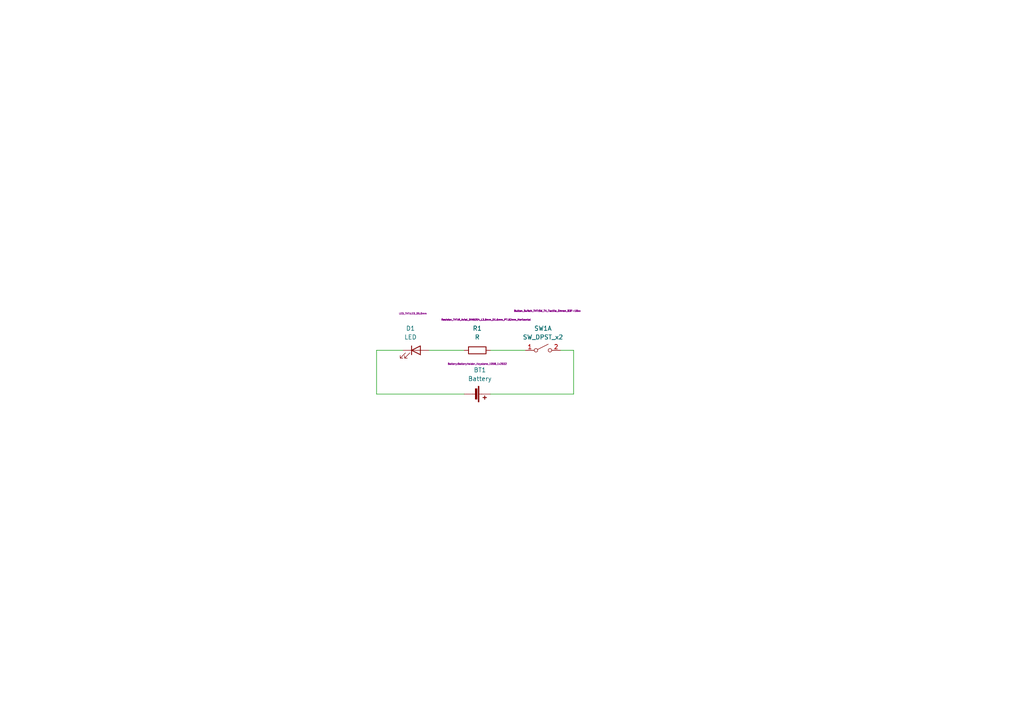
<source format=kicad_sch>
(kicad_sch (version 20211123) (generator eeschema)
  (paper "A4")
  (title_block (date "2022-09-20") (rev "LED Torch") (comment 1 "Projectr 1 of Kical Like a Pro 3e") (comment 2 "Piotr Nowak"))
  (lib_symbols
    (symbol "Device:Battery_Cell" (pin_numbers hide) (pin_names (offset 0) hide)
      (property "Reference" "BT" (at 2.54 2.54 0))
      (property "Value" "Battery_Cell" (at 2.54 0 0))
      (symbol "Battery_Cell_0_1"
        (rectangle (start -2.286 1.778) (end 2.286 1.524) (fill (type outline)))
        (rectangle (start -1.5748 1.1938) (end 1.4732 0.6858) (fill (type outline)))
        (polyline (pts (xy 0 0.762) (xy 0 0)))
        (polyline (pts (xy 0 1.778) (xy 0 2.54)))
        (polyline (pts (xy 0.508 3.429) (xy 1.524 3.429)) (stroke (width 0.254)))
        (polyline (pts (xy 1.016 3.937) (xy 1.016 2.921)) (stroke (width 0.254)))
      )
      (symbol "Battery_Cell_1_1"
        (pin passive line (at 0 5.08 270) (length 2.54) (name "+") (number "1"))
        (pin passive line (at 0 -2.54 90) (length 2.54) (name "-") (number "2"))
      )
    )
    (symbol "Device:LED" (pin_numbers hide) (pin_names (offset 1.016) hide)
      (property "Reference" "D" (at 0 2.54 0))
      (property "Value" "LED" (at 0 -2.54 0))
      (symbol "LED_0_1"
        (polyline (pts (xy -1.27 -1.27) (xy -1.27 1.27)) (stroke (width 0.254)))
        (polyline (pts (xy -1.27 0) (xy 1.27 0)))
        (polyline (pts (xy 1.27 -1.27) (xy 1.27 1.27) (xy -1.27 0) (xy 1.27 -1.27)) (stroke (width 0.254)))
        (polyline (pts (xy -3.048 -0.762) (xy -4.572 -2.286) (xy -3.81 -2.286) (xy -4.572 -2.286) (xy -4.572 -1.524)))
        (polyline (pts (xy -1.778 -0.762) (xy -3.302 -2.286) (xy -2.54 -2.286) (xy -3.302 -2.286) (xy -3.302 -1.524)))
      )
      (symbol "LED_1_1"
        (pin passive line (at -3.81 0 0) (length 2.54) (name "K") (number "1"))
        (pin passive line (at 3.81 0 180) (length 2.54) (name "A") (number "2"))
      )
    )
    (symbol "Device:R" (pin_numbers hide) (pin_names (offset 0))
      (property "Reference" "R" (at 2.032 0 90))
      (property "Value" "R" (at 0 0 90))
      (symbol "R_0_1"
        (rectangle (start -1.016 -2.54) (end 1.016 2.54) (stroke (width 0.254)))
      )
      (symbol "R_1_1"
        (pin passive line (at 0 3.81 270) (length 1.27) (name "~") (number "1"))
        (pin passive line (at 0 -3.81 90) (length 1.27) (name "~") (number "2"))
      )
    )
    (symbol "Switch:SW_DPST_x2" (pin_names (offset 0) hide)
      (property "Reference" "SW" (at 0 3.175 0))
      (property "Value" "SW_DPST_x2" (at 0 -2.54 0))
      (symbol "SW_DPST_x2_0_0"
        (circle (center -2.032 0) (radius 0.508))
        (polyline (pts (xy -1.524 0.254) (xy 1.524 1.778)))
        (circle (center 2.032 0) (radius 0.508))
      )
      (symbol "SW_DPST_x2_1_1"
        (pin passive line (at -5.08 0 0) (length 2.54) (name "A") (number "1"))
        (pin passive line (at 5.08 0 180) (length 2.54) (name "B") (number "2"))
      )
      (symbol "SW_DPST_x2_2_1"
        (pin passive line (at -5.08 0 0) (length 2.54) (name "A") (number "3"))
        (pin passive line (at 5.08 0 180) (length 2.54) (name "B") (number "4"))
      )
    )
  )
  (wire (pts (xy 109.22 114.3) (xy 109.22 101.6)))
  (wire (pts (xy 162.56 101.6) (xy 166.37 101.6)))
  (wire (pts (xy 166.37 114.3) (xy 142.24 114.3)))
  (wire (pts (xy 166.37 101.6) (xy 166.37 114.3)))
  (wire (pts (xy 124.46 101.6) (xy 134.62 101.6)))
  (wire (pts (xy 109.22 101.6) (xy 116.84 101.6)))
  (wire (pts (xy 134.62 114.3) (xy 109.22 114.3)))
  (wire (pts (xy 142.24 101.6) (xy 152.4 101.6)))
  (symbol (lib_id "Switch:SW_DPST_x2") (at 157.48 101.6 0) (unit 1)
    (property "Reference" "SW1" (at 157.48 95.25 0))
    (property "Value" "SW_DPST_x2" (at 157.48 97.79 0))
    (property "Footprint" "Button_Switch_THT:SW_TH_Tactile_Omron_B3F-10xx" (at 158.75 90.17 0) (effects (font (size 0.5 0.5))))
  )
  (symbol (lib_id "Device:Battery_Cell") (at 137.16 114.3 270) (unit 1)
    (property "Reference" "BT1" (at 139.192 107.315 90))
    (property "Value" "Battery" (at 139.192 109.855 90))
    (property "Footprint" "Battery:BatteryHolder_Keystone_1058_1x2032" (at 138.43 105.537 90) (effects (font (size 0.5 0.5))))
  )
  (symbol (lib_id "Device:LED") (at 120.65 101.6 0) (unit 1)
    (property "Reference" "D1" (at 119.0625 95.25 0))
    (property "Value" "LED" (at 119.0625 97.79 0))
    (property "Footprint" "LED_THT:LED_D5.0mm" (at 119.761 90.932 0) (effects (font (size 0.5 0.5))))
  )
  (symbol (lib_id "Device:R") (at 138.43 101.6 90) (unit 1)
    (property "Reference" "R1" (at 138.43 95.25 90))
    (property "Value" "R" (at 138.43 97.79 90))
    (property "Footprint" "Resistor_THT:R_Axial_DIN0204_L3.6mm_D1.6mm_P7.62mm_Horizontal" (at 140.97 92.71 90) (effects (font (size 0.5 0.5))))
  )
)
</source>
